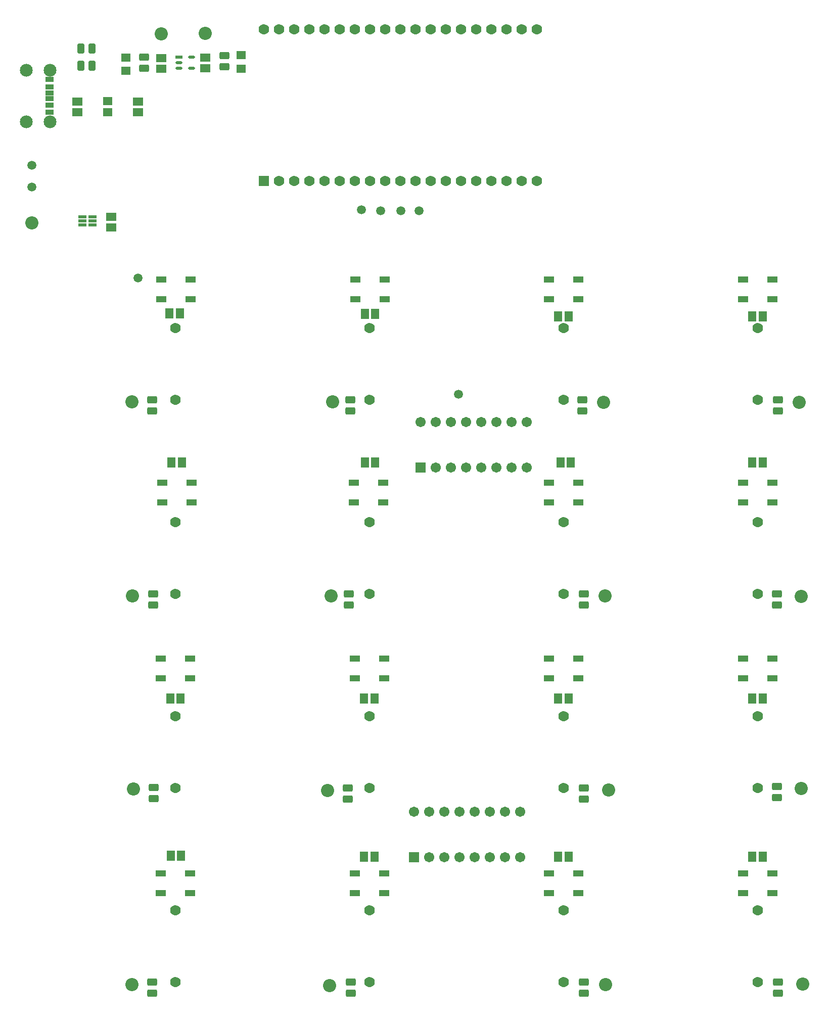
<source format=gbr>
%TF.GenerationSoftware,Altium Limited,Altium Designer,24.7.2 (38)*%
G04 Layer_Color=8388736*
%FSLAX45Y45*%
%MOMM*%
%TF.SameCoordinates,74662405-AD21-4814-813C-A76D1C426129*%
%TF.FilePolarity,Negative*%
%TF.FileFunction,Soldermask,Top*%
%TF.Part,Single*%
G01*
G75*
%TA.AperFunction,SMDPad,CuDef*%
G04:AMPARAMS|DCode=18|XSize=1.15564mm|YSize=0.52981mm|CornerRadius=0.2649mm|HoleSize=0mm|Usage=FLASHONLY|Rotation=0.000|XOffset=0mm|YOffset=0mm|HoleType=Round|Shape=RoundedRectangle|*
%AMROUNDEDRECTD18*
21,1,1.15564,0.00000,0,0,0.0*
21,1,0.62584,0.52981,0,0,0.0*
1,1,0.52980,0.31292,0.00000*
1,1,0.52980,-0.31292,0.00000*
1,1,0.52980,-0.31292,0.00000*
1,1,0.52980,0.31292,0.00000*
%
%ADD18ROUNDEDRECTD18*%
%ADD19R,1.15564X0.52981*%
%ADD22R,1.55620X1.45490*%
G04:AMPARAMS|DCode=44|XSize=1.2032mm|YSize=1.6232mm|CornerRadius=0.2266mm|HoleSize=0mm|Usage=FLASHONLY|Rotation=90.000|XOffset=0mm|YOffset=0mm|HoleType=Round|Shape=RoundedRectangle|*
%AMROUNDEDRECTD44*
21,1,1.20320,1.17000,0,0,90.0*
21,1,0.75000,1.62320,0,0,90.0*
1,1,0.45320,0.58500,0.37500*
1,1,0.45320,0.58500,-0.37500*
1,1,0.45320,-0.58500,-0.37500*
1,1,0.45320,-0.58500,0.37500*
%
%ADD44ROUNDEDRECTD44*%
%ADD45R,1.35240X0.85240*%
%ADD46R,1.35240X0.91240*%
%ADD47R,1.35240X0.95240*%
%ADD48R,1.32240X0.55240*%
%ADD49R,1.70320X1.10320*%
%ADD50R,1.35320X1.67320*%
%ADD51R,1.67320X1.35320*%
%ADD52R,1.50320X1.35320*%
%ADD53C,2.20320*%
G04:AMPARAMS|DCode=54|XSize=1.2032mm|YSize=1.6232mm|CornerRadius=0.2266mm|HoleSize=0mm|Usage=FLASHONLY|Rotation=180.000|XOffset=0mm|YOffset=0mm|HoleType=Round|Shape=RoundedRectangle|*
%AMROUNDEDRECTD54*
21,1,1.20320,1.17000,0,0,180.0*
21,1,0.75000,1.62320,0,0,180.0*
1,1,0.45320,-0.37500,0.58500*
1,1,0.45320,0.37500,0.58500*
1,1,0.45320,0.37500,-0.58500*
1,1,0.45320,-0.37500,-0.58500*
%
%ADD54ROUNDEDRECTD54*%
%TA.AperFunction,ComponentPad*%
%ADD55C,1.70320*%
%ADD56R,1.70320X1.70320*%
%ADD57C,2.15240*%
%ADD58R,1.76320X1.76320*%
%ADD59C,1.76320*%
%ADD60C,1.51120*%
D18*
X6298356Y16592300D02*
D03*
Y16402299D02*
D03*
X6083300D02*
D03*
Y16497301D02*
D03*
D19*
Y16592300D02*
D03*
D22*
X4889500Y15668135D02*
D03*
Y15853265D02*
D03*
D44*
X5651500Y7412200D02*
D03*
Y7599200D02*
D03*
X8928100Y7412200D02*
D03*
Y7599200D02*
D03*
X16116299Y10663400D02*
D03*
Y10850400D02*
D03*
X8953500Y10663400D02*
D03*
Y10850400D02*
D03*
X5638800Y10663400D02*
D03*
Y10850400D02*
D03*
X6845300Y16616200D02*
D03*
Y16429201D02*
D03*
X5499100Y16403799D02*
D03*
Y16590800D02*
D03*
X8915400Y4348000D02*
D03*
Y4161000D02*
D03*
X5638800Y1096800D02*
D03*
Y909800D02*
D03*
X8966200Y1096800D02*
D03*
Y909800D02*
D03*
X12865100Y1096800D02*
D03*
Y909800D02*
D03*
Y4348000D02*
D03*
Y4161000D02*
D03*
Y7599200D02*
D03*
Y7412200D02*
D03*
X12839700Y10850400D02*
D03*
Y10663400D02*
D03*
X16116299Y1096800D02*
D03*
Y909800D02*
D03*
X16103600Y7599200D02*
D03*
Y7412200D02*
D03*
Y4373400D02*
D03*
Y4186400D02*
D03*
X5664200Y4360700D02*
D03*
Y4173700D02*
D03*
D45*
X3920300Y15993581D02*
D03*
Y15893581D02*
D03*
D46*
Y15791580D02*
D03*
Y16095580D02*
D03*
D47*
Y16218581D02*
D03*
Y15668581D02*
D03*
D48*
X4638680Y13783080D02*
D03*
Y13848080D02*
D03*
Y13913080D02*
D03*
X4464680D02*
D03*
Y13848080D02*
D03*
Y13783080D02*
D03*
D49*
X5780000Y6515000D02*
D03*
Y6185000D02*
D03*
X6270000Y6515000D02*
D03*
Y6185000D02*
D03*
X5780000Y2915000D02*
D03*
Y2585000D02*
D03*
X6270000Y2915000D02*
D03*
Y2585000D02*
D03*
X5803900Y9465000D02*
D03*
Y9135000D02*
D03*
X6293900Y9465000D02*
D03*
Y9135000D02*
D03*
X9013300Y9465000D02*
D03*
Y9135000D02*
D03*
X9503300Y9465000D02*
D03*
Y9135000D02*
D03*
X12280000Y9465000D02*
D03*
Y9135000D02*
D03*
X12770000Y9465000D02*
D03*
Y9135000D02*
D03*
X15530000Y9465000D02*
D03*
Y9135000D02*
D03*
X16020000Y9465000D02*
D03*
Y9135000D02*
D03*
X9030000Y2915000D02*
D03*
Y2585000D02*
D03*
X9520000Y2915000D02*
D03*
Y2585000D02*
D03*
X12280000Y2915000D02*
D03*
Y2585000D02*
D03*
X12770000Y2915000D02*
D03*
Y2585000D02*
D03*
X15530000Y2915000D02*
D03*
Y2585000D02*
D03*
X16020000Y2915000D02*
D03*
Y2585000D02*
D03*
Y6185000D02*
D03*
Y6515000D02*
D03*
X15530000Y6185000D02*
D03*
Y6515000D02*
D03*
X12770000Y6185000D02*
D03*
Y6515000D02*
D03*
X12280000Y6185000D02*
D03*
Y6515000D02*
D03*
X9520000Y6185000D02*
D03*
Y6515000D02*
D03*
X9030000Y6185000D02*
D03*
Y6515000D02*
D03*
X16020000Y12535000D02*
D03*
Y12864999D02*
D03*
X15530000Y12535000D02*
D03*
Y12864999D02*
D03*
X12770000Y12535000D02*
D03*
Y12864999D02*
D03*
X12280000Y12535000D02*
D03*
Y12864999D02*
D03*
X9528700Y12535000D02*
D03*
Y12864999D02*
D03*
X9038700Y12535000D02*
D03*
Y12864999D02*
D03*
X6277500Y12535000D02*
D03*
Y12864999D02*
D03*
X5787500Y12535000D02*
D03*
Y12864999D02*
D03*
D50*
X5944500Y3213100D02*
D03*
X6120500D02*
D03*
X9187000Y3200000D02*
D03*
X9363000D02*
D03*
X12437000D02*
D03*
X12613000D02*
D03*
X15687000D02*
D03*
X15863000D02*
D03*
Y5850000D02*
D03*
X15687000D02*
D03*
X12613000D02*
D03*
X12437000D02*
D03*
X9363000D02*
D03*
X9187000D02*
D03*
X6113000D02*
D03*
X5937000D02*
D03*
X9195700Y9800000D02*
D03*
X9371700D02*
D03*
X12472300D02*
D03*
X12648300D02*
D03*
X5957200D02*
D03*
X6133200D02*
D03*
X15687000D02*
D03*
X15863000D02*
D03*
Y12250000D02*
D03*
X15687000D02*
D03*
X12610200D02*
D03*
X12434200D02*
D03*
X9371700Y12293600D02*
D03*
X9195700D02*
D03*
X6097640Y12296140D02*
D03*
X5921640D02*
D03*
D51*
X4953000Y13742300D02*
D03*
Y13918300D02*
D03*
X6527800Y16409300D02*
D03*
Y16585300D02*
D03*
X5791200Y16396600D02*
D03*
Y16572600D02*
D03*
X5397500Y15672701D02*
D03*
Y15848700D02*
D03*
X4381500Y15672701D02*
D03*
Y15848700D02*
D03*
D52*
X7124700Y16397501D02*
D03*
Y16622501D02*
D03*
X5194300Y16359399D02*
D03*
Y16584399D02*
D03*
D53*
X5791200Y16979900D02*
D03*
X6527800Y16992599D02*
D03*
X8572500Y4305300D02*
D03*
X5295900Y1054100D02*
D03*
X13284200Y4318000D02*
D03*
X13195300Y10807700D02*
D03*
X16535400Y1066800D02*
D03*
X16471899Y10807700D02*
D03*
X8661400Y10820400D02*
D03*
X5295900D02*
D03*
X16510001Y7556500D02*
D03*
X13220700Y7569200D02*
D03*
X8636000D02*
D03*
X5308600D02*
D03*
X16510001Y4343400D02*
D03*
X5321300Y4330700D02*
D03*
X13233400Y1054100D02*
D03*
X8610600Y1041400D02*
D03*
X3619500Y13817599D02*
D03*
D54*
X4440400Y16446500D02*
D03*
X4627400D02*
D03*
X4440400Y16738600D02*
D03*
X4627400D02*
D03*
D55*
X11912600Y10477500D02*
D03*
X11658600D02*
D03*
X11404600D02*
D03*
X11150600D02*
D03*
X10896600D02*
D03*
X10642600D02*
D03*
X10388600D02*
D03*
X10134600D02*
D03*
X11912600Y9715500D02*
D03*
X11658600D02*
D03*
X11404600D02*
D03*
X11150600D02*
D03*
X10896600D02*
D03*
X10642600D02*
D03*
X10388600D02*
D03*
X10274300Y3187700D02*
D03*
X10528300D02*
D03*
X10782300D02*
D03*
X11036300D02*
D03*
X11290300D02*
D03*
X11544300D02*
D03*
X11798300D02*
D03*
X10020300Y3949700D02*
D03*
X10274300D02*
D03*
X10528300D02*
D03*
X10782300D02*
D03*
X11036300D02*
D03*
X11290300D02*
D03*
X11544300D02*
D03*
X11798300D02*
D03*
D56*
X10134600Y9715500D02*
D03*
X10020300Y3187700D02*
D03*
D57*
X3525300Y16375580D02*
D03*
Y15511580D02*
D03*
X3924300Y16375380D02*
D03*
Y15511780D02*
D03*
D58*
X7505700Y14516100D02*
D03*
D59*
X7759700D02*
D03*
X8013700D02*
D03*
X8267700D02*
D03*
X8521700D02*
D03*
X8775700D02*
D03*
X9029700D02*
D03*
X9283700D02*
D03*
X9537700D02*
D03*
X9791700D02*
D03*
X10045700D02*
D03*
X10299700D02*
D03*
X10553700D02*
D03*
X10807700D02*
D03*
X11061700D02*
D03*
X11315700D02*
D03*
X11569700D02*
D03*
X11823700D02*
D03*
X12077700D02*
D03*
X7505700Y17056100D02*
D03*
X7759700D02*
D03*
X8013700D02*
D03*
X8267700D02*
D03*
X8521700D02*
D03*
X8775700D02*
D03*
X9029700D02*
D03*
X9283700D02*
D03*
X9537700D02*
D03*
X9791700D02*
D03*
X10045700D02*
D03*
X10299700D02*
D03*
X10553700D02*
D03*
X10807700D02*
D03*
X11061700D02*
D03*
X11315700D02*
D03*
X11569700D02*
D03*
X11823700D02*
D03*
X12077700D02*
D03*
X12525000Y12050000D02*
D03*
Y10850000D02*
D03*
X9275000Y4350000D02*
D03*
Y5550000D02*
D03*
X12525000Y1100000D02*
D03*
Y2300000D02*
D03*
X9275000Y1100000D02*
D03*
Y2300000D02*
D03*
X6025000Y1100000D02*
D03*
Y2300000D02*
D03*
X15775000Y1100000D02*
D03*
Y2300000D02*
D03*
Y4350000D02*
D03*
Y5550000D02*
D03*
X12525000Y4350000D02*
D03*
Y5550000D02*
D03*
X6025000Y4350000D02*
D03*
Y5550000D02*
D03*
Y7600000D02*
D03*
Y8800000D02*
D03*
X9275000Y7600000D02*
D03*
Y8800000D02*
D03*
X12525000Y7600000D02*
D03*
Y8800000D02*
D03*
X15775000Y7600000D02*
D03*
Y8800000D02*
D03*
Y10850000D02*
D03*
Y12050000D02*
D03*
X9275000Y10850000D02*
D03*
Y12050000D02*
D03*
X6025000Y10850000D02*
D03*
Y12050000D02*
D03*
D60*
X10767060Y10942320D02*
D03*
X5400730Y12889230D02*
D03*
X3622200Y14414500D02*
D03*
X9144000Y14033501D02*
D03*
X9461500Y14020799D02*
D03*
X3622200Y14784100D02*
D03*
X9804400Y14020799D02*
D03*
X10109200D02*
D03*
%TF.MD5,2cd3d38973423c51fe7d9ae6baf87ab3*%
M02*

</source>
